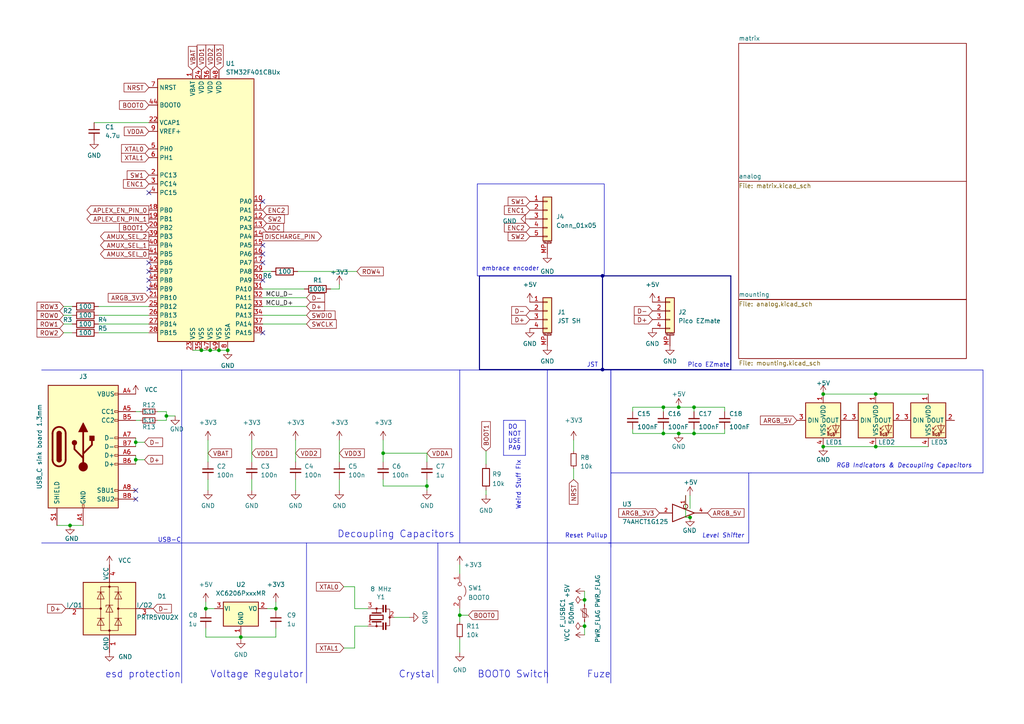
<source format=kicad_sch>
(kicad_sch (version 20230121) (generator eeschema)
  (paper "A4")
  (lib_symbols
    (symbol "74AHCT1G125_1" (pin_names (offset 1.016))
      (property "Reference" "U5" (at 0 -10.16 0))
      (property "Value" "74AHCT1G125" (at 0 -12.7 0))
      (symbol "74AHCT1G125_1_1_1"
        (pin input inverted (at 0 5.08 270) (length 3.81) (name "~") (number "1"))
        (pin output line (at -7.62 0 0) (length 3.81) (name "~") (number "2"))
        (pin power_in line (at 1.27 -1.27 270) (length 0) hide (name "GND") (number "3"))
        (pin tri_state line (at 6.35 0 180) (length 3.81) (name "~") (number "4"))
        (pin power_in line (at 1.27 1.27 90) (length 0) hide (name "+5V") (number "5"))
      )
    )
    (symbol "Connector:USB_C_Receptacle_USB2.0" (pin_names (offset 1.016))
      (property "Reference" "J" (at -10.16 19.05 0))
      (property "Value" "USB_C_Receptacle_USB2.0" (at 19.05 19.05 0))
      (symbol "USB_C_Receptacle_USB2.0_1_1"
        (pin passive line (at 0 -22.86 90) (length 5.08) (name "GND") (number "A1"))
        (pin passive line (at 0 -22.86 90) (length 5.08) hide (name "GND") (number "A12"))
        (pin passive line (at 15.24 15.24 180) (length 5.08) (name "VBUS") (number "A4"))
        (pin bidirectional line (at 15.24 10.16 180) (length 5.08) (name "CC1") (number "A5"))
        (pin bidirectional line (at 15.24 -2.54 180) (length 5.08) (name "D+") (number "A6"))
        (pin bidirectional line (at 15.24 2.54 180) (length 5.08) (name "D-") (number "A7"))
        (pin bidirectional line (at 15.24 -12.7 180) (length 5.08) (name "SBU1") (number "A8"))
        (pin passive line (at 15.24 15.24 180) (length 5.08) hide (name "VBUS") (number "A9"))
        (pin passive line (at 0 -22.86 90) (length 5.08) hide (name "GND") (number "B1"))
        (pin passive line (at 0 -22.86 90) (length 5.08) hide (name "GND") (number "B12"))
        (pin passive line (at 15.24 15.24 180) (length 5.08) hide (name "VBUS") (number "B4"))
        (pin bidirectional line (at 15.24 7.62 180) (length 5.08) (name "CC2") (number "B5"))
        (pin bidirectional line (at 15.24 -5.08 180) (length 5.08) (name "D+") (number "B6"))
        (pin bidirectional line (at 15.24 0 180) (length 5.08) (name "D-") (number "B7"))
        (pin bidirectional line (at 15.24 -15.24 180) (length 5.08) (name "SBU2") (number "B8"))
        (pin passive line (at 15.24 15.24 180) (length 5.08) hide (name "VBUS") (number "B9"))
        (pin passive line (at -7.62 -22.86 90) (length 5.08) (name "SHIELD") (number "S1"))
      )
    )
    (symbol "Connector_Generic_MountingPin:Conn_01x04_MountingPin" (pin_names (offset 1.016) hide)
      (property "Reference" "J" (at 0 5.08 0))
      (property "Value" "Conn_01x04_MountingPin" (at 1.27 -7.62 0))
      (symbol "Conn_01x04_MountingPin_1_1"
        (text "Mounting" (at 0 -6.731 0) (effects (font (size 0.381 0.381))))
        (pin passive line (at -5.08 2.54 0) (length 3.81) (name "Pin_1") (number "1"))
        (pin passive line (at -5.08 0 0) (length 3.81) (name "Pin_2") (number "2"))
        (pin passive line (at -5.08 -2.54 0) (length 3.81) (name "Pin_3") (number "3"))
        (pin passive line (at -5.08 -5.08 0) (length 3.81) (name "Pin_4") (number "4"))
        (pin passive line (at 0 -10.16 90) (length 3.048) (name "MountPin") (number "MP"))
      )
    )
    (symbol "Connector_Generic_MountingPin:Conn_01x05_MountingPin" (pin_names (offset 1.016) hide)
      (property "Reference" "J" (at 0 7.62 0))
      (property "Value" "Conn_01x05_MountingPin" (at 1.27 -7.62 0))
      (symbol "Conn_01x05_MountingPin_1_1"
        (text "Mounting" (at 0 -6.731 0) (effects (font (size 0.381 0.381))))
        (pin passive line (at -5.08 5.08 0) (length 3.81) (name "Pin_1") (number "1"))
        (pin passive line (at -5.08 2.54 0) (length 3.81) (name "Pin_2") (number "2"))
        (pin passive line (at -5.08 0 0) (length 3.81) (name "Pin_3") (number "3"))
        (pin passive line (at -5.08 -2.54 0) (length 3.81) (name "Pin_4") (number "4"))
        (pin passive line (at -5.08 -5.08 0) (length 3.81) (name "Pin_5") (number "5"))
        (pin passive line (at 0 -10.16 90) (length 3.048) (name "MountPin") (number "MP"))
      )
    )
    (symbol "Device:C_Small" (pin_numbers hide) (pin_names (offset 0.254) hide)
      (property "Reference" "C" (at 0.254 1.778 0))
      (property "Value" "C_Small" (at 0.254 -2.032 0))
      (symbol "C_Small_1_1"
        (pin passive line (at 0 2.54 270) (length 2.032) (name "~") (number "1"))
        (pin passive line (at 0 -2.54 90) (length 2.032) (name "~") (number "2"))
      )
    )
    (symbol "Device:Polyfuse_Small" (pin_numbers hide) (pin_names (offset 0))
      (property "Reference" "F" (at -1.905 0 90))
      (property "Value" "Polyfuse_Small" (at 1.905 0 90))
      (symbol "Polyfuse_Small_1_1"
        (pin passive line (at 0 2.54 270) (length 0.635) (name "~") (number "1"))
        (pin passive line (at 0 -2.54 90) (length 0.635) (name "~") (number "2"))
      )
    )
    (symbol "Device:R" (pin_numbers hide) (pin_names (offset 0))
      (property "Reference" "R" (at 2.032 0 90))
      (property "Value" "R" (at 0 0 90))
      (symbol "R_1_1"
        (pin passive line (at 0 3.81 270) (length 1.27) (name "~") (number "1"))
        (pin passive line (at 0 -3.81 90) (length 1.27) (name "~") (number "2"))
      )
    )
    (symbol "Device:R_Small" (pin_numbers hide) (pin_names (offset 0.254) hide)
      (property "Reference" "R" (at 0.762 0.508 0))
      (property "Value" "R_Small" (at 0.762 -1.016 0))
      (symbol "R_Small_1_1"
        (pin passive line (at 0 2.54 270) (length 0.762) (name "~") (number "1"))
        (pin passive line (at 0 -2.54 90) (length 0.762) (name "~") (number "2"))
      )
    )
    (symbol "Device:Resonator_Small" (pin_names (offset 1.016) hide)
      (property "Reference" "Y" (at 3.175 1.905 0))
      (property "Value" "Resonator_Small" (at 3.175 0 0))
      (symbol "Resonator_Small_1_1"
        (pin passive line (at -2.54 2.54 270) (length 1.27) (name "1") (number "1"))
        (pin passive line (at 0 -5.08 90) (length 1.27) (name "2") (number "2"))
        (pin passive line (at 2.54 2.54 270) (length 1.27) (name "3") (number "3"))
      )
    )
    (symbol "Jumper:Jumper_2_Open" (pin_names (offset 0) hide)
      (property "Reference" "JP" (at 0 2.794 0))
      (property "Value" "Jumper_2_Open" (at 0 -2.286 0))
      (symbol "Jumper_2_Open_1_1"
        (pin passive line (at -5.08 0 0) (length 2.54) (name "A") (number "1"))
        (pin passive line (at 5.08 0 180) (length 2.54) (name "B") (number "2"))
      )
    )
    (symbol "MCU_ST_STM32F4:STM32F401CBUx"
      (property "Reference" "U" (at -15.24 39.37 0))
      (property "Value" "STM32F401CBUx" (at 5.08 39.37 0))
      (symbol "STM32F401CBUx_1_1"
        (pin power_in line (at -5.08 40.64 270) (length 2.54) (name "VBAT") (number "1"))
        (pin bidirectional line (at 15.24 2.54 180) (length 2.54) (name "PA0") (number "10"))
        (pin bidirectional line (at 15.24 0 180) (length 2.54) (name "PA1") (number "11"))
        (pin bidirectional line (at 15.24 -2.54 180) (length 2.54) (name "PA2") (number "12"))
        (pin bidirectional line (at 15.24 -5.08 180) (length 2.54) (name "PA3") (number "13"))
        (pin bidirectional line (at 15.24 -7.62 180) (length 2.54) (name "PA4") (number "14"))
        (pin bidirectional line (at 15.24 -10.16 180) (length 2.54) (name "PA5") (number "15"))
        (pin bidirectional line (at 15.24 -12.7 180) (length 2.54) (name "PA6") (number "16"))
        (pin bidirectional line (at 15.24 -15.24 180) (length 2.54) (name "PA7") (number "17"))
        (pin bidirectional line (at -17.78 0 0) (length 2.54) (name "PB0") (number "18"))
        (pin bidirectional line (at -17.78 -2.54 0) (length 2.54) (name "PB1") (number "19"))
        (pin bidirectional line (at -17.78 10.16 0) (length 2.54) (name "PC13") (number "2"))
        (pin bidirectional line (at -17.78 -5.08 0) (length 2.54) (name "PB2") (number "20"))
        (pin bidirectional line (at -17.78 -25.4 0) (length 2.54) (name "PB10") (number "21"))
        (pin power_in line (at -17.78 25.4 0) (length 2.54) (name "VCAP1") (number "22"))
        (pin power_in line (at -5.08 -40.64 90) (length 2.54) (name "VSS") (number "23"))
        (pin power_in line (at -2.54 40.64 270) (length 2.54) (name "VDD") (number "24"))
        (pin bidirectional line (at -17.78 -27.94 0) (length 2.54) (name "PB12") (number "25"))
        (pin bidirectional line (at -17.78 -30.48 0) (length 2.54) (name "PB13") (number "26"))
        (pin bidirectional line (at -17.78 -33.02 0) (length 2.54) (name "PB14") (number "27"))
        (pin bidirectional line (at -17.78 -35.56 0) (length 2.54) (name "PB15") (number "28"))
        (pin bidirectional line (at 15.24 -17.78 180) (length 2.54) (name "PA8") (number "29"))
        (pin bidirectional line (at -17.78 7.62 0) (length 2.54) (name "PC14") (number "3"))
        (pin bidirectional line (at 15.24 -20.32 180) (length 2.54) (name "PA9") (number "30"))
        (pin bidirectional line (at 15.24 -22.86 180) (length 2.54) (name "PA10") (number "31"))
        (pin bidirectional line (at 15.24 -25.4 180) (length 2.54) (name "PA11") (number "32"))
        (pin bidirectional line (at 15.24 -27.94 180) (length 2.54) (name "PA12") (number "33"))
        (pin bidirectional line (at 15.24 -30.48 180) (length 2.54) (name "PA13") (number "34"))
        (pin power_in line (at -2.54 -40.64 90) (length 2.54) (name "VSS") (number "35"))
        (pin power_in line (at 0 40.64 270) (length 2.54) (name "VDD") (number "36"))
        (pin bidirectional line (at 15.24 -33.02 180) (length 2.54) (name "PA14") (number "37"))
        (pin bidirectional line (at 15.24 -35.56 180) (length 2.54) (name "PA15") (number "38"))
        (pin bidirectional line (at -17.78 -7.62 0) (length 2.54) (name "PB3") (number "39"))
        (pin bidirectional line (at -17.78 5.08 0) (length 2.54) (name "PC15") (number "4"))
        (pin bidirectional line (at -17.78 -10.16 0) (length 2.54) (name "PB4") (number "40"))
        (pin bidirectional line (at -17.78 -12.7 0) (length 2.54) (name "PB5") (number "41"))
        (pin bidirectional line (at -17.78 -15.24 0) (length 2.54) (name "PB6") (number "42"))
        (pin bidirectional line (at -17.78 -17.78 0) (length 2.54) (name "PB7") (number "43"))
        (pin input line (at -17.78 30.48 0) (length 2.54) (name "BOOT0") (number "44"))
        (pin bidirectional line (at -17.78 -20.32 0) (length 2.54) (name "PB8") (number "45"))
        (pin bidirectional line (at -17.78 -22.86 0) (length 2.54) (name "PB9") (number "46"))
        (pin power_in line (at 0 -40.64 90) (length 2.54) (name "VSS") (number "47"))
        (pin power_in line (at 2.54 40.64 270) (length 2.54) (name "VDD") (number "48"))
        (pin power_in line (at 2.54 -40.64 90) (length 2.54) (name "VSS") (number "49"))
        (pin input line (at -17.78 17.78 0) (length 2.54) (name "PH0") (number "5"))
        (pin input line (at -17.78 15.24 0) (length 2.54) (name "PH1") (number "6"))
        (pin input line (at -17.78 35.56 0) (length 2.54) (name "NRST") (number "7"))
        (pin power_in line (at 5.08 -40.64 90) (length 2.54) (name "VSSA") (number "8"))
        (pin power_in line (at -17.78 22.86 0) (length 2.54) (name "VREF+") (number "9"))
      )
    )
    (symbol "Power_Protection:PRTR5V0U2X" (pin_names (offset 0))
      (property "Reference" "D" (at 2.794 8.636 0))
      (property "Value" "PRTR5V0U2X" (at 8.128 -9.398 0))
      (symbol "PRTR5V0U2X_1_1"
        (pin passive line (at 0 -12.7 90) (length 5.08) (name "GND") (number "1"))
        (pin passive line (at -12.7 0 0) (length 5.08) (name "I/O1") (number "2"))
        (pin passive line (at 12.7 0 180) (length 5.08) (name "I/O2") (number "3"))
        (pin passive line (at 0 12.7 270) (length 5.08) (name "VCC") (number "4"))
      )
    )
    (symbol "Regulator_Linear:XC6206PxxxMR" (pin_names (offset 0.254))
      (property "Reference" "U" (at -3.81 3.175 0))
      (property "Value" "XC6206PxxxMR" (at 0 3.175 0))
      (symbol "XC6206PxxxMR_1_1"
        (pin power_in line (at 0 -7.62 90) (length 2.54) (name "GND") (number "1"))
        (pin power_out line (at 7.62 0 180) (length 2.54) (name "VO") (number "2"))
        (pin power_in line (at -7.62 0 0) (length 2.54) (name "VI") (number "3"))
      )
    )
    (symbol "marbastlib-various:SK6812MINI-E"
      (property "Reference" "LED" (at 2.54 -6.35 0))
      (property "Value" "SK6812MINI-E" (at 7.62 6.35 0))
      (symbol "SK6812MINI-E_0_0"
        (text "RGB" (at 2.286 -4.191 0) (effects (font (size 0.762 0.762))))
      )
      (symbol "SK6812MINI-E_1_1"
        (pin power_in line (at 0 7.62 270) (length 2.54) (name "VDD") (number "1"))
        (pin output line (at 7.62 0 180) (length 2.54) (name "DOUT") (number "2"))
        (pin input line (at -7.62 0 0) (length 2.54) (name "DIN") (number "3"))
        (pin power_in line (at 0 -7.62 90) (length 2.54) (name "VSS") (number "4"))
      )
    )
    (symbol "power:+3.3V" (power) (pin_names (offset 0))
      (property "Value" "+3.3V" (at 0 3.556 0))
      (symbol "+3.3V_1_1"
        (pin power_in line (at 0 0 90) (length 0) hide (name "+3V3") (number "1"))
      )
    )
    (symbol "power:+3V3" (power) (pin_names (offset 0))
      (property "Value" "+3V3" (at 0 3.556 0))
      (symbol "+3V3_1_1"
        (pin power_in line (at 0 0 90) (length 0) hide (name "+3V3") (number "1"))
      )
    )
    (symbol "power:+5V" (power) (pin_names (offset 0))
      (property "Value" "+5V" (at 0 3.556 0))
      (symbol "+5V_1_1"
        (pin power_in line (at 0 0 90) (length 0) hide (name "+5V") (number "1"))
      )
    )
    (symbol "power:GND" (power) (pin_names (offset 0))
      (property "Value" "GND" (at 0 -3.81 0))
      (symbol "GND_1_1"
        (pin power_in line (at 0 0 270) (length 0) hide (name "GND") (number "1"))
      )
    )
    (symbol "power:PWR_FLAG" (power) (pin_numbers hide) (pin_names (offset 0) hide)
      (property "Value" "PWR_FLAG" (at 0 3.81 0))
      (symbol "PWR_FLAG_0_0"
        (pin power_out line (at 0 0 90) (length 0) (name "pwr") (number "1"))
      )
    )
    (symbol "power:VCC" (power) (pin_names (offset 0))
      (property "Value" "VCC" (at 0 3.81 0))
      (symbol "VCC_1_1"
        (pin power_in line (at 0 0 90) (length 0) hide (name "VCC") (number "1"))
      )
    )
  )
  (junction (at 60.96 101.6))
  (junction (at 63.5 101.6))
  (junction (at 80.01 176.53))
  (junction (at 254 114.3))
  (junction (at 48.26 120.65))
  (junction (at 200.1389 150.0597))
  (junction (at 174.752 80.01))
  (junction (at 123.825 140.97))
  (junction (at 238.76 114.3))
  (junction (at 192.405 118.11))
  (junction (at 58.42 101.6))
  (junction (at 254 129.54))
  (junction (at 59.69 176.53))
  (junction (at 192.405 125.73))
  (junction (at 133.35 178.435))
  (junction (at 39.37 128.27))
  (junction (at 111.125 131.445))
  (junction (at 196.85 125.73))
  (junction (at 20.32 152.4))
  (junction (at 169.545 181.61))
  (junction (at 201.295 118.11))
  (junction (at 66.04 101.6))
  (junction (at 169.545 173.99))
  (junction (at 196.85 118.11))
  (junction (at 174.752 107.188))
  (junction (at 201.295 125.73))
  (junction (at 39.37 133.35))
  (junction (at 69.85 184.785))
  (junction (at 238.76 129.54))
  (no_connect (at 76.2 73.66))
  (no_connect (at 76.2 81.28))
  (no_connect (at 43.18 83.82))
  (no_connect (at 39.37 142.24))
  (no_connect (at 43.18 78.74))
  (no_connect (at 76.2 58.42))
  (no_connect (at 76.2 71.12))
  (no_connect (at 43.18 81.28))
  (no_connect (at 39.37 144.78))
  (no_connect (at 76.2 76.2))
  (no_connect (at 43.18 76.2))
  (no_connect (at 76.2 96.52))
  (no_connect (at 43.18 55.88))
  (wire (pts (xy 39.37 133.35) (xy 39.37 134.62)))
  (wire (pts (xy 200.1389 143.7097) (xy 200.1389 147.5197)))
  (wire (pts (xy 60.325 139.065) (xy 60.325 142.24)))
  (polyline (pts (xy 12.065 157.48) (xy 177.165 157.48)))
  (wire (pts (xy 59.69 177.165) (xy 59.69 176.53)))
  (polyline (pts (xy 158.75 157.48) (xy 158.75 198.12)))
  (wire (pts (xy 59.69 176.53) (xy 62.23 176.53)))
  (wire (pts (xy 28.575 91.44) (xy 43.18 91.44)))
  (wire (pts (xy 169.545 175.26) (xy 169.545 173.99)))
  (wire (pts (xy 111.125 139.065) (xy 111.125 140.97)))
  (wire (pts (xy 183.515 124.46) (xy 183.515 125.73)))
  (wire (pts (xy 133.35 178.435) (xy 133.35 180.34)))
  (polyline (pts (xy 217.805 137.16) (xy 285.115 137.16)) (stroke (width 0) (type solid)))
  (wire (pts (xy 60.325 127.635) (xy 60.325 133.985)))
  (wire (pts (xy 43.18 93.98) (xy 28.575 93.98)))
  (wire (pts (xy 76.2 78.74) (xy 78.74 78.74)))
  (wire (pts (xy 39.37 119.38) (xy 40.64 119.38)))
  (wire (pts (xy 99.695 187.96) (xy 102.87 187.96)))
  (wire (pts (xy 140.97 130.81) (xy 140.97 134.62)))
  (wire (pts (xy 210.185 124.46) (xy 210.185 125.73)))
  (wire (pts (xy 198.8689 150.0597) (xy 198.8689 143.7097)))
  (wire (pts (xy 133.35 163.83) (xy 133.35 166.37)))
  (wire (pts (xy 166.37 135.89) (xy 166.37 139.065)))
  (wire (pts (xy 80.01 176.53) (xy 80.01 177.165)))
  (wire (pts (xy 169.545 184.15) (xy 169.545 181.61)))
  (wire (pts (xy 69.85 184.15) (xy 69.85 184.785)))
  (wire (pts (xy 192.405 118.11) (xy 192.405 119.38)))
  (wire (pts (xy 254 129.54) (xy 269.24 129.54)))
  (wire (pts (xy 196.85 118.11) (xy 201.295 118.11)))
  (wire (pts (xy 16.51 152.4) (xy 20.32 152.4)))
  (wire (pts (xy 210.185 118.11) (xy 210.185 119.38)))
  (wire (pts (xy 123.825 140.97) (xy 123.825 142.24)))
  (wire (pts (xy 169.545 173.99) (xy 169.545 171.45)))
  (wire (pts (xy 254 114.3) (xy 269.24 114.3)))
  (wire (pts (xy 48.26 119.38) (xy 48.26 120.65)))
  (polyline (pts (xy 177.165 107.315) (xy 177.165 198.12)))
  (wire (pts (xy 69.85 184.785) (xy 69.85 185.42)))
  (wire (pts (xy 201.295 125.73) (xy 210.185 125.73)))
  (wire (pts (xy 39.37 132.08) (xy 39.37 133.35)))
  (wire (pts (xy 166.37 127.635) (xy 166.37 130.81)))
  (wire (pts (xy 69.85 184.785) (xy 80.01 184.785)))
  (wire (pts (xy 98.425 83.82) (xy 98.425 82.55)))
  (wire (pts (xy 201.295 118.11) (xy 201.295 119.38)))
  (wire (pts (xy 76.2 91.44) (xy 88.9 91.44)))
  (wire (pts (xy 133.35 176.53) (xy 133.35 178.435)))
  (polyline (pts (xy 52.705 107.315) (xy 52.705 198.12)))
  (wire (pts (xy 39.37 128.27) (xy 39.37 129.54)))
  (wire (pts (xy 76.2 88.9) (xy 88.9 88.9)))
  (wire (pts (xy 18.415 88.9) (xy 20.955 88.9)))
  (wire (pts (xy 45.72 121.92) (xy 48.26 121.92)))
  (wire (pts (xy 133.35 178.435) (xy 135.89 178.435)))
  (wire (pts (xy 59.69 176.53) (xy 59.69 174.625)))
  (polyline (pts (xy 176.53 157.48) (xy 217.17 157.48)) (stroke (width 0) (type solid)))
  (wire (pts (xy 123.825 139.065) (xy 123.825 140.97)))
  (wire (pts (xy 169.545 181.61) (xy 169.545 180.34)))
  (wire (pts (xy 77.47 176.53) (xy 80.01 176.53)))
  (wire (pts (xy 28.575 88.9) (xy 43.18 88.9)))
  (wire (pts (xy 48.26 120.65) (xy 48.26 121.92)))
  (bus (pts (xy 174.752 80.01) (xy 174.752 107.188)))
  (wire (pts (xy 88.265 83.82) (xy 76.2 83.82)))
  (polyline (pts (xy 217.805 137.16) (xy 177.165 137.16)))
  (wire (pts (xy 98.425 139.065) (xy 98.425 142.24)))
  (wire (pts (xy 111.125 140.97) (xy 123.825 140.97)))
  (polyline (pts (xy 146.05 121.92) (xy 146.05 132.08)))
  (bus (pts (xy 139.065 80.01) (xy 174.752 80.01)))
  (wire (pts (xy 123.825 131.445) (xy 123.825 133.985)))
  (wire (pts (xy 73.025 127.635) (xy 73.025 133.985)))
  (polyline (pts (xy 146.05 121.92) (xy 152.4 121.92)))
  (wire (pts (xy 192.405 124.46) (xy 192.405 125.73)))
  (wire (pts (xy 183.515 118.11) (xy 183.515 119.38)))
  (wire (pts (xy 18.415 91.44) (xy 20.955 91.44)))
  (wire (pts (xy 111.125 127.635) (xy 111.125 131.445)))
  (polyline (pts (xy 217.17 137.16) (xy 217.17 157.48)) (stroke (width 0) (type solid)))
  (wire (pts (xy 201.295 124.46) (xy 201.295 125.73)))
  (wire (pts (xy 69.85 184.785) (xy 59.69 184.785)))
  (polyline (pts (xy 146.05 132.08) (xy 152.4 132.08)))
  (polyline (pts (xy 152.4 132.08) (xy 152.4 121.92)))
  (polyline (pts (xy 88.9 157.48) (xy 88.9 198.12)))
  (wire (pts (xy 18.415 96.52) (xy 20.955 96.52)))
  (wire (pts (xy 196.85 125.73) (xy 201.295 125.73)))
  (polyline (pts (xy 12.065 107.315) (xy 177.165 107.315)))
  (wire (pts (xy 106.68 176.53) (xy 102.87 176.53)))
  (wire (pts (xy 102.87 187.96) (xy 102.87 181.61)))
  (wire (pts (xy 73.025 139.065) (xy 73.025 142.24)))
  (wire (pts (xy 140.97 142.24) (xy 140.97 143.51)))
  (polyline (pts (xy 127 157.48) (xy 127 198.12)))
  (bus (pts (xy 139.065 107.188) (xy 174.752 107.188)))
  (wire (pts (xy 39.37 127) (xy 39.37 128.27)))
  (wire (pts (xy 28.575 96.52) (xy 43.18 96.52)))
  (wire (pts (xy 55.88 101.6) (xy 58.42 101.6)))
  (wire (pts (xy 133.35 185.42) (xy 133.35 189.23)))
  (wire (pts (xy 111.125 131.445) (xy 123.825 131.445)))
  (wire (pts (xy 98.425 127.635) (xy 98.425 133.985)))
  (wire (pts (xy 39.37 121.92) (xy 40.64 121.92)))
  (wire (pts (xy 192.405 125.73) (xy 196.85 125.73)))
  (wire (pts (xy 114.3 179.07) (xy 118.745 179.07)))
  (wire (pts (xy 102.87 181.61) (xy 106.68 181.61)))
  (bus (pts (xy 174.752 80.01) (xy 211.963 80.01)))
  (wire (pts (xy 85.725 139.065) (xy 85.725 142.24)))
  (wire (pts (xy 45.72 119.38) (xy 48.26 119.38)))
  (wire (pts (xy 59.69 184.785) (xy 59.69 182.245)))
  (wire (pts (xy 192.405 118.11) (xy 196.85 118.11)))
  (wire (pts (xy 60.96 101.6) (xy 63.5 101.6)))
  (wire (pts (xy 238.76 114.3) (xy 254 114.3)))
  (wire (pts (xy 102.87 176.53) (xy 102.87 170.18)))
  (wire (pts (xy 48.26 120.65) (xy 50.8 120.65)))
  (wire (pts (xy 201.295 118.11) (xy 210.185 118.11)))
  (wire (pts (xy 183.515 125.73) (xy 192.405 125.73)))
  (wire (pts (xy 95.885 83.82) (xy 98.425 83.82)))
  (wire (pts (xy 76.2 86.36) (xy 88.9 86.36)))
  (wire (pts (xy 76.2 93.98) (xy 88.9 93.98)))
  (bus (pts (xy 139.065 80.01) (xy 139.065 107.188)))
  (wire (pts (xy 27.305 35.56) (xy 43.18 35.56)))
  (wire (pts (xy 18.415 93.98) (xy 20.955 93.98)))
  (polyline (pts (xy 177.165 137.16) (xy 177.165 158.75)))
  (wire (pts (xy 238.76 129.54) (xy 254 129.54)))
  (wire (pts (xy 111.125 131.445) (xy 111.125 133.985)))
  (wire (pts (xy 99.695 170.18) (xy 102.87 170.18)))
  (polyline (pts (xy 285.115 107.315) (xy 285.115 137.16)))
  (polyline (pts (xy 177.165 107.315) (xy 285.115 107.315)))
  (wire (pts (xy 80.01 176.53) (xy 80.01 174.625)))
  (bus (pts (xy 211.963 107.188) (xy 211.963 80.01)))
  (wire (pts (xy 63.5 101.6) (xy 66.04 101.6)))
  (polyline (pts (xy 158.75 107.315) (xy 158.75 157.48)))
  (wire (pts (xy 200.1389 150.0597) (xy 198.8689 150.0597)))
  (wire (pts (xy 80.01 184.785) (xy 80.01 182.245)))
  (wire (pts (xy 86.36 78.74) (xy 103.505 78.74)))
  (polyline (pts (xy 133.35 107.315) (xy 133.35 157.48)))
  (polyline (pts (xy 177.165 137.16) (xy 177.165 107.315)))
  (wire (pts (xy 39.37 128.27) (xy 41.91 128.27)))
  (wire (pts (xy 20.32 152.4) (xy 24.13 152.4)))
  (bus (pts (xy 174.752 107.188) (xy 211.963 107.188)))
  (wire (pts (xy 85.725 127.635) (xy 85.725 133.985)))
  (wire (pts (xy 58.42 101.6) (xy 60.96 101.6)))
  (wire (pts (xy 39.37 133.35) (xy 41.91 133.35)))
  (wire (pts (xy 183.515 118.11) (xy 192.405 118.11)))
  (rectangle (start 138.43 53.34) (end 175.26 80.01))
  (text "Weird Stuff FIx" (at 151.13 147.955 90) (effects (font (size 1.27 1.27)) (justify left bottom)))
  (text "embrace encoder" (at 139.7 78.74 0) (effects (font (size 1.27 1.27)) (justify left bottom)))
  (text "DO\nNOT\nUSE\nPA9\n" (at 147.32 130.81 0) (effects (font (size 1.27 1.27)) (justify left bottom)))
  (text "Pico EZmate" (at 199.39 106.68 0) (effects (font (size 1.27 1.27)) (justify left bottom)))
  (text "Fuze\n" (at 170.18 196.85 0) (effects (font (size 2 2)) (justify left bottom)))
  (text "Decoupling Capacitors" (at 97.79 156.21 0) (effects (font (size 2 2)) (justify left bottom)))
  (text "Crystal" (at 115.57 196.85 0) (effects (font (size 2 2)) (justify left bottom)))
  (text "esd protection\n" (at 30.48 196.85 0) (effects (font (size 2 2)) (justify left bottom)))
  (text "Reset Pullup" (at 163.83 156.21 0) (effects (font (size 1.27 1.27)) (justify left bottom)))
  (text "RGB Indicators & Decoupling Capacitors" (at 281.94 135.89 0) (effects (font (size 1.27 1.27) italic) (justify right bottom)))
  (text "JST" (at 170.18 106.68 0) (effects (font (size 1.27 1.27)) (justify left bottom)))
  (text "BOOT0 Switch" (at 138.43 196.85 0) (effects (font (size 2 2)) (justify left bottom)))
  (text "Voltage Regulator" (at 60.96 196.85 0) (effects (font (size 2 2)) (justify left bottom)))
  (text "Level Shifter" (at 215.9 156.21 0) (effects (font (size 1.27 1.27) italic) (justify right bottom)))
  (text "USB-C" (at 45.72 157.48 0) (effects (font (size 1.27 1.27)) (justify left bottom)))
  (label "MCU_D-" (at 85.09 86.36 180))
  (label "MCU_D+" (at 85.09 88.9 180))
  (global_label "NRST" (shape input) (at 166.37 139.065 270) (property "Intersheetrefs" "${INTERSHEET_REFS}" (effects hide)))
  (global_label "NRST" (shape input) (at 43.18 25.4 180) (property "Intersheetrefs" "${INTERSHEET_REFS}" (effects hide)))
  (global_label "D-" (shape input) (at 189.23 90.17 180) (property "Intersheetrefs" "${INTERSHEET_REFS}" (effects hide)))
  (global_label "BOOT1" (shape input) (at 43.18 66.04 180) (property "Intersheetrefs" "${INTERSHEET_REFS}" (effects hide)))
  (global_label "VDD1" (shape input) (at 73.025 131.445 0) (property "Intersheetrefs" "${INTERSHEET_REFS}" (effects hide)))
  (global_label "ARGB_5V" (shape input) (at 205.2189 148.7897 0) (property "Intersheetrefs" "${INTERSHEET_REFS}" (effects hide)))
  (global_label "D+" (shape input) (at 19.05 176.53 180) (property "Intersheetrefs" "${INTERSHEET_REFS}" (effects hide)))
  (global_label "ROW0" (shape input) (at 18.415 91.44 180) (property "Intersheetrefs" "${INTERSHEET_REFS}" (effects hide)))
  (global_label "ARGB_3V3" (shape input) (at 191.2489 148.7897 180) (property "Intersheetrefs" "${INTERSHEET_REFS}" (effects hide)))
  (global_label "D-" (shape input) (at 153.67 90.17 180) (property "Intersheetrefs" "${INTERSHEET_REFS}" (effects hide)))
  (global_label "SWDIO" (shape input) (at 88.9 91.44 0) (property "Intersheetrefs" "${INTERSHEET_REFS}" (effects hide)))
  (global_label "ARGB_3V3" (shape input) (at 43.18 86.36 180) (property "Intersheetrefs" "${INTERSHEET_REFS}" (effects hide)))
  (global_label "D+" (shape input) (at 189.23 92.71 180) (property "Intersheetrefs" "${INTERSHEET_REFS}" (effects hide)))
  (global_label "ENC2" (shape input) (at 76.2 60.96 0) (property "Intersheetrefs" "${INTERSHEET_REFS}" (effects hide)))
  (global_label "APLEX_EN_PIN_0" (shape output) (at 43.18 60.96 180) (property "Intersheetrefs" "${INTERSHEET_REFS}" (effects hide)))
  (global_label "ENC1" (shape input) (at 43.18 53.34 180) (property "Intersheetrefs" "${INTERSHEET_REFS}" (effects hide)))
  (global_label "BOOT0" (shape input) (at 43.18 30.48 180) (property "Intersheetrefs" "${INTERSHEET_REFS}" (effects hide)))
  (global_label "ARGB_5V" (shape input) (at 231.14 121.92 180) (property "Intersheetrefs" "${INTERSHEET_REFS}" (effects hide)))
  (global_label "ADC" (shape input) (at 76.2 66.04 0) (property "Intersheetrefs" "${INTERSHEET_REFS}" (effects hide)))
  (global_label "VDD2" (shape input) (at 85.725 131.445 0) (property "Intersheetrefs" "${INTERSHEET_REFS}" (effects hide)))
  (global_label "AMUX_SEL_1" (shape output) (at 43.18 71.12 180) (property "Intersheetrefs" "${INTERSHEET_REFS}" (effects hide)))
  (global_label "ENC1" (shape input) (at 153.67 60.96 180) (property "Intersheetrefs" "${INTERSHEET_REFS}" (effects hide)))
  (global_label "VDD3" (shape input) (at 98.425 131.445 0) (property "Intersheetrefs" "${INTERSHEET_REFS}" (effects hide)))
  (global_label "ROW1" (shape input) (at 18.415 93.98 180) (property "Intersheetrefs" "${INTERSHEET_REFS}" (effects hide)))
  (global_label "SW2" (shape input) (at 76.2 63.5 0) (property "Intersheetrefs" "${INTERSHEET_REFS}" (effects hide)))
  (global_label "ROW3" (shape input) (at 18.415 88.9 180) (property "Intersheetrefs" "${INTERSHEET_REFS}" (effects hide)))
  (global_label "XTAL1" (shape input) (at 99.695 187.96 180) (property "Intersheetrefs" "${INTERSHEET_REFS}" (effects hide)))
  (global_label "AMUX_SEL_2" (shape output) (at 43.18 68.58 180) (property "Intersheetrefs" "${INTERSHEET_REFS}" (effects hide)))
  (global_label "VDDA" (shape input) (at 43.18 38.1 180) (property "Intersheetrefs" "${INTERSHEET_REFS}" (effects hide)))
  (global_label "D+" (shape input) (at 153.67 92.71 180) (property "Intersheetrefs" "${INTERSHEET_REFS}" (effects hide)))
  (global_label "VDD3" (shape input) (at 63.5 20.32 90) (property "Intersheetrefs" "${INTERSHEET_REFS}" (effects hide)))
  (global_label "VDD1" (shape input) (at 58.42 20.32 90) (property "Intersheetrefs" "${INTERSHEET_REFS}" (effects hide)))
  (global_label "D-" (shape input) (at 44.45 176.53 0) (property "Intersheetrefs" "${INTERSHEET_REFS}" (effects hide)))
  (global_label "VBAT" (shape input) (at 55.88 20.32 90) (property "Intersheetrefs" "${INTERSHEET_REFS}" (effects hide)))
  (global_label "XTAL0" (shape input) (at 43.18 43.18 180) (property "Intersheetrefs" "${INTERSHEET_REFS}" (effects hide)))
  (global_label "XTAL1" (shape input) (at 43.18 45.72 180) (property "Intersheetrefs" "${INTERSHEET_REFS}" (effects hide)))
  (global_label "D+" (shape input) (at 88.9 88.9 0) (property "Intersheetrefs" "${INTERSHEET_REFS}" (effects hide)))
  (global_label "D-" (shape input) (at 41.91 128.27 0) (property "Intersheetrefs" "${INTERSHEET_REFS}" (effects hide)))
  (global_label "SW1" (shape input) (at 153.67 58.42 180) (property "Intersheetrefs" "${INTERSHEET_REFS}" (effects hide)))
  (global_label "SWCLK" (shape input) (at 88.9 93.98 0) (property "Intersheetrefs" "${INTERSHEET_REFS}" (effects hide)))
  (global_label "XTAL0" (shape input) (at 99.695 170.18 180) (property "Intersheetrefs" "${INTERSHEET_REFS}" (effects hide)))
  (global_label "D+" (shape input) (at 41.91 133.35 0) (property "Intersheetrefs" "${INTERSHEET_REFS}" (effects hide)))
  (global_label "D-" (shape input) (at 88.9 86.36 0) (property "Intersheetrefs" "${INTERSHEET_REFS}" (effects hide)))
  (global_label "BOOT0" (shape input) (at 135.89 178.435 0) (property "Intersheetrefs" "${INTERSHEET_REFS}" (effects hide)))
  (global_label "VDD2" (shape input) (at 60.96 20.32 90) (property "Intersheetrefs" "${INTERSHEET_REFS}" (effects hide)))
  (global_label "VDDA" (shape input) (at 123.825 131.445 0) (property "Intersheetrefs" "${INTERSHEET_REFS}" (effects hide)))
  (global_label "DISCHARGE_PIN" (shape output) (at 76.2 68.58 0) (property "Intersheetrefs" "${INTERSHEET_REFS}" (effects hide)))
  (global_label "APLEX_EN_PIN_1" (shape output) (at 43.18 63.5 180) (property "Intersheetrefs" "${INTERSHEET_REFS}" (effects hide)))
  (global_label "ROW4" (shape input) (at 103.505 78.74 0) (property "Intersheetrefs" "${INTERSHEET_REFS}" (effects hide)))
  (global_label "ROW2" (shape input) (at 18.415 96.52 180) (property "Intersheetrefs" "${INTERSHEET_REFS}" (effects hide)))
  (global_label "AMUX_SEL_0" (shape output) (at 43.18 73.66 180) (property "Intersheetrefs" "${INTERSHEET_REFS}" (effects hide)))
  (global_label "VBAT" (shape input) (at 60.325 131.445 0) (property "Intersheetrefs" "${INTERSHEET_REFS}" (effects hide)))
  (global_label "ENC2" (shape input) (at 153.67 66.04 180) (property "Intersheetrefs" "${INTERSHEET_REFS}" (effects hide)))
  (global_label "SW1" (shape input) (at 43.18 50.8 180) (property "Intersheetrefs" "${INTERSHEET_REFS}" (effects hide)))
  (global_label "BOOT1" (shape input) (at 140.97 130.81 90) (property "Intersheetrefs" "${INTERSHEET_REFS}" (effects hide)))
  (global_label "SW2" (shape input) (at 153.67 68.58 180) (property "Intersheetrefs" "${INTERSHEET_REFS}" (effects hide)))
  (symbol (lib_id "Device:Resonator_Small") (at 109.22 179.07 90) (unit 1)
    (property "Reference" "Y1" (at 110.49 173.1518 90))
    (property "Value" "8 MHz" (at 110.49 170.8404 90))
    (property "Footprint" "Crystal:Resonator_SMD_Murata_CSTxExxV-3Pin_3.0x1.1mm" (effects hide))
    (property "LCSC" "C907975" (effects hide))
  )
  (symbol (lib_id "power:GND") (at 189.23 95.25 0) (unit 1)
    (property "Reference" "#PWR057" (effects hide))
    (property "Value" "GND" (at 189.23 99.6934 0))
  )
  (symbol (lib_id "Device:R") (at 24.765 96.52 90) (unit 1)
    (property "Reference" "R5" (at 31.115 95.25 90) (effects (justify left)))
    (property "Value" "100" (at 26.67 96.52 90) (effects (justify left)))
    (property "Footprint" "Resistor_SMD:R_0402_1005Metric" (effects hide))
    (property "LCSC" "C25076" (effects hide))
  )
  (symbol (lib_id "Device:C_Small") (at 85.725 136.525 0) (unit 1)
    (property "Reference" "C4" (at 88.265 135.2612 0) (effects (justify left)))
    (property "Value" "100n" (at 88.265 137.8012 0) (effects (justify left)))
    (property "Footprint" "Capacitor_SMD:C_0402_1005Metric" (effects hide))
  )
  (symbol (lib_id "power:+3V3") (at 111.125 127.635 0) (unit 1)
    (property "Reference" "#PWR016" (effects hide))
    (property "Value" "+3V3" (at 111.125 122.555 0))
  )
  (symbol (lib_id "Connector_Generic_MountingPin:Conn_01x05_MountingPin") (at 158.75 63.5 0) (unit 1)
    (property "Reference" "J4" (at 161.29 62.865 0) (effects (justify left)))
    (property "Value" "Conn_01x05" (at 161.29 65.405 0) (effects (justify left)))
    (property "Footprint" "Connector_JST:JST_SH_SM05B-SRSS-TB_1x05-1MP_P1.00mm_Horizontal" (effects hide))
  )
  (symbol (lib_id "Device:C_Small") (at 73.025 136.525 0) (unit 1)
    (property "Reference" "C3" (at 75.565 135.2612 0) (effects (justify left)))
    (property "Value" "100n" (at 75.565 137.8012 0) (effects (justify left)))
    (property "Footprint" "Capacitor_SMD:C_0402_1005Metric" (effects hide))
  )
  (symbol (lib_id "power:+3.3V") (at 98.425 82.55 0) (unit 1)
    (property "Reference" "#PWR07" (effects hide))
    (property "Value" "+3.3V" (at 98.425 78.9455 0))
  )
  (symbol (lib_id "power:GND") (at 60.325 142.24 0) (unit 1)
    (property "Reference" "#PWR019" (effects hide))
    (property "Value" "GND" (at 60.325 146.685 0))
  )
  (symbol (lib_id "Device:R") (at 24.765 93.98 90) (unit 1)
    (property "Reference" "R4" (at 31.115 92.71 90) (effects (justify left)))
    (property "Value" "100" (at 26.67 93.98 90) (effects (justify left)))
    (property "Footprint" "Resistor_SMD:R_0402_1005Metric" (effects hide))
    (property "LCSC" "C25076" (effects hide))
  )
  (symbol (lib_id "power:+5V") (at 200.1389 143.7097 0) (unit 1)
    (property "Reference" "#PWR045" (effects hide))
    (property "Value" "+5V" (at 198.2339 139.8997 0) (effects (justify left)))
  )
  (symbol (lib_id "Device:C_Small") (at 183.515 121.92 0) (unit 1)
    (property "Reference" "C15" (at 184.785 120.015 0) (effects (justify left)))
    (property "Value" "100nF" (at 184.785 123.825 0) (effects (justify left)))
    (property "Footprint" "Capacitor_SMD:C_0402_1005Metric" (effects hide))
  )
  (symbol (lib_id "Device:C_Small") (at 80.01 179.705 0) (unit 1)
    (property "Reference" "C9" (at 83.185 178.4412 0) (effects (justify left)))
    (property "Value" "1u" (at 83.185 180.9812 0) (effects (justify left)))
    (property "Footprint" "Capacitor_SMD:C_0402_1005Metric" (effects hide))
  )
  (symbol (lib_id "power:GND") (at 200.1389 150.0597 0) (unit 1)
    (property "Reference" "#PWR046" (effects hide))
    (property "Value" "GND" (at 202.0439 153.8697 0) (effects (justify right)))
  )
  (symbol (lib_id "power:PWR_FLAG") (at 169.545 181.61 90) (unit 1)
    (property "Reference" "#FLG02" (effects hide))
    (property "Value" "PWR_FLAG" (at 173.355 181.61 0))
  )
  (symbol (lib_id "power:+5V") (at 189.23 87.63 0) (unit 1)
    (property "Reference" "#PWR038" (effects hide))
    (property "Value" "+5V" (at 189.23 82.55 0))
  )
  (symbol (lib_id "power:GND") (at 196.85 125.73 0) (unit 1)
    (property "Reference" "#PWR049" (effects hide))
    (property "Value" "GND" (at 196.85 129.54 0))
  )
  (symbol (lib_id "marbastlib-various:SK6812MINI-E") (at 254 121.92 0) (unit 1)
    (property "Reference" "LED2" (at 257.175 128.27 0))
    (property "Value" "SK6812MINI-E" (effects hide))
    (property "Footprint" "PCM_marbastlib-various:LED_6028R" (effects hide))
  )
  (symbol (lib_id "power:VCC") (at 169.545 184.15 90) (unit 1)
    (property "Reference" "#PWR033" (effects hide))
    (property "Value" "VCC" (at 164.465 184.15 0))
  )
  (symbol (lib_id "power:+5V") (at 238.76 114.3 0) (unit 1)
    (property "Reference" "#PWR047" (effects hide))
    (property "Value" "+5V" (at 238.76 111.125 0))
  )
  (symbol (lib_id "power:VCC") (at 31.75 163.83 0) (unit 1)
    (property "Reference" "#PWR042" (effects hide))
    (property "Value" "VCC" (at 34.29 162.5599 0) (effects (justify left)))
  )
  (symbol (lib_id "power:+3V3") (at 133.35 163.83 0) (unit 1)
    (property "Reference" "#PWR027" (effects hide))
    (property "Value" "+3V3" (at 137.16 163.83 0))
  )
  (symbol (lib_id "Connector:USB_C_Receptacle_USB2.0") (at 24.13 129.54 0) (unit 1)
    (property "Reference" "J3" (at 24.13 109.22 0))
    (property "Value" "USB_C sink board 1.3mm" (at 11.43 129.54 90))
    (property "Footprint" "USB4510-03-1-A:USB4510031A" (effects hide))
    (property "Datasheet" "https://datasheet.lcsc.com/lcsc/2206021145_G-Switch-GT-USB-7014G_C3019717.pdf" (effects hide))
    (property "JlcRotOffset" "180" (effects hide))
    (property "JlcPosOffset" "0,1.35" (effects hide))
    (property "LCSC" "C3019717" (effects hide))
  )
  (symbol (lib_id "power:GND") (at 140.97 143.51 0) (unit 1)
    (property "Reference" "#PWR024" (effects hide))
    (property "Value" "GND" (at 140.97 148.0725 0))
  )
  (symbol (lib_id "power:GND") (at 194.31 100.33 0) (unit 1)
    (property "Reference" "#PWR059" (effects hide))
    (property "Value" "GND" (at 194.31 104.7734 0))
  )
  (symbol (lib_id "power:GND") (at 27.305 40.64 0) (unit 1)
    (property "Reference" "#PWR06" (effects hide))
    (property "Value" "GND" (at 27.305 45.085 0))
  )
  (symbol (lib_id "power:+5V") (at 59.69 174.625 0) (unit 1)
    (property "Reference" "#PWR030" (effects hide))
    (property "Value" "+5V" (at 59.69 169.545 0))
  )
  (symbol (lib_id "power:GND") (at 50.8 120.65 0) (unit 1)
    (property "Reference" "#PWR061" (effects hide))
    (property "Value" "GND" (at 53.34 124.46 0) (effects (justify right)))
  )
  (symbol (lib_id "Device:C_Small") (at 201.295 121.92 0) (unit 1)
    (property "Reference" "C17" (at 202.565 120.015 0) (effects (justify left)))
    (property "Value" "100nF" (at 202.565 123.825 0) (effects (justify left)))
    (property "Footprint" "Capacitor_SMD:C_0402_1005Metric" (effects hide))
  )
  (symbol (lib_id "marbastlib-various:SK6812MINI-E") (at 238.76 121.92 0) (unit 1)
    (property "Reference" "LED1" (at 241.935 128.27 0))
    (property "Value" "SK6812MINI-E" (effects hide))
    (property "Footprint" "PCM_marbastlib-various:LED_6028R" (effects hide))
  )
  (symbol (lib_id "Regulator_Linear:XC6206PxxxMR") (at 69.85 176.53 0) (unit 1)
    (property "Reference" "U2" (at 69.85 169.545 0))
    (property "Value" "XC6206PxxxMR" (at 69.85 172.085 0))
    (property "Footprint" "Package_TO_SOT_SMD:SOT-23" (effects hide))
    (property "Datasheet" "https://www.torexsemi.com/file/xc6206/XC6206.pdf" (effects hide))
  )
  (symbol (lib_id "Device:C_Small") (at 210.185 121.92 0) (unit 1)
    (property "Reference" "C18" (at 211.455 120.015 0) (effects (justify left)))
    (property "Value" "100nF" (at 211.455 123.825 0) (effects (justify left)))
    (property "Footprint" "Capacitor_SMD:C_0402_1005Metric" (effects hide))
  )
  (symbol (lib_id "power:GND") (at 153.67 63.5 270) (unit 1)
    (property "Reference" "#PWR039" (effects hide))
    (property "Value" "GND" (at 149.86 64.135 90) (effects (justify right)))
  )
  (symbol (lib_id "Device:C_Small") (at 60.325 136.525 0) (unit 1)
    (property "Reference" "C2" (at 62.865 135.2612 0) (effects (justify left)))
    (property "Value" "100n" (at 62.865 137.8012 0) (effects (justify left)))
    (property "Footprint" "Capacitor_SMD:C_0402_1005Metric" (effects hide))
  )
  (symbol (lib_id "power:GND") (at 118.745 179.07 90) (unit 1)
    (property "Reference" "#PWR032" (effects hide))
    (property "Value" "GND" (at 123.3075 179.07 0))
  )
  (symbol (lib_id "power:GND") (at 73.025 142.24 0) (unit 1)
    (property "Reference" "#PWR020" (effects hide))
    (property "Value" "GND" (at 73.025 146.685 0))
  )
  (symbol (lib_id "power:GND") (at 158.75 73.66 0) (unit 1)
    (property "Reference" "#PWR051" (effects hide))
    (property "Value" "GND" (at 158.75 78.74 0))
  )
  (symbol (lib_id "Device:R_Small") (at 166.37 133.35 0) (unit 1)
    (property "Reference" "R8" (at 168.275 132.715 0) (effects (justify left)))
    (property "Value" "10k" (at 168.275 135.255 0) (effects (justify left)))
    (property "Footprint" "Resistor_SMD:R_0402_1005Metric" (effects hide))
  )
  (symbol (lib_id "power:+5V") (at 169.545 171.45 90) (unit 1)
    (property "Reference" "#PWR029" (effects hide))
    (property "Value" "+5V" (at 164.465 171.45 0))
  )
  (symbol (lib_id "power:GND") (at 20.32 152.4 0) (unit 1)
    (property "Reference" "#PWR062" (effects hide))
    (property "Value" "GND" (at 22.86 156.21 0) (effects (justify right)))
  )
  (symbol (lib_id "Device:C_Small") (at 27.305 38.1 0) (unit 1)
    (property "Reference" "C1" (at 30.48 36.8362 0) (effects (justify left)))
    (property "Value" "4.7u" (at 30.48 39.3762 0) (effects (justify left)))
    (property "Footprint" "Capacitor_SMD:C_0402_1005Metric" (effects hide))
  )
  (symbol (lib_id "power:GND") (at 31.75 189.23 0) (unit 1)
    (property "Reference" "#PWR043" (effects hide))
    (property "Value" "GND" (at 34.29 190.4999 0) (effects (justify left)))
  )
  (symbol (lib_id "MCU_ST_STM32F4:STM32F401CBUx") (at 60.96 60.96 0) (unit 1)
    (property "Reference" "U1" (at 65.4559 18.415 0) (effects (justify left)))
    (property "Value" "STM32F401CBUx" (at 65.4559 20.955 0) (effects (justify left)))
    (property "Footprint" "Package_DFN_QFN:QFN-48-1EP_7x7mm_P0.5mm_EP5.6x5.6mm" (effects hide))
    (property "Datasheet" "http://www.st.com/st-web-ui/static/active/en/resource/technical/document/datasheet/DM00086815.pdf" (effects hide))
    (property "LCSC" "C118825" (effects hide))
  )
  (symbol (lib_id "Connector_Generic_MountingPin:Conn_01x04_MountingPin") (at 194.31 90.17 0) (unit 1)
    (property "Reference" "J2" (at 196.723 90.5255 0) (effects (justify left)))
    (property "Value" "Pico EZmate" (at 196.723 93.0655 0) (effects (justify left)))
    (property "Footprint" "Connector_Molex:Molex_Pico-EZmate_78171-0004_1x04-1MP_P1.20mm_Vertical" (effects hide))
  )
  (symbol (lib_id "Device:C_Small") (at 59.69 179.705 0) (unit 1)
    (property "Reference" "C8" (at 54.61 178.435 0) (effects (justify left)))
    (property "Value" "1u" (at 54.61 180.975 0) (effects (justify left)))
    (property "Footprint" "Capacitor_SMD:C_0402_1005Metric" (effects hide))
  )
  (symbol (lib_id "power:+5V") (at 196.85 118.11 0) (unit 1)
    (property "Reference" "#PWR048" (effects hide))
    (property "Value" "+5V" (at 196.85 114.3 0))
  )
  (symbol (lib_id "power:+3V3") (at 73.025 127.635 0) (unit 1)
    (property "Reference" "#PWR013" (effects hide))
    (property "Value" "+3V3" (at 73.025 122.555 0))
  )
  (symbol (lib_id "power:+3V3") (at 60.325 127.635 0) (unit 1)
    (property "Reference" "#PWR012" (effects hide))
    (property "Value" "+3V3" (at 60.325 122.555 0))
  )
  (symbol (lib_id "power:GND") (at 153.67 95.25 0) (unit 1)
    (property "Reference" "#PWR056" (effects hide))
    (property "Value" "GND" (at 153.67 99.6934 0))
  )
  (symbol (lib_id "Device:R_Small") (at 43.18 121.92 90) (unit 1)
    (property "Reference" "R13" (at 43.18 123.825 90))
    (property "Value" "5.1k" (at 43.18 121.92 90) (effects (font (size 1 1))))
    (property "Footprint" "Resistor_SMD:R_0402_1005Metric" (effects hide))
  )
  (symbol (lib_id "Power_Protection:PRTR5V0U2X") (at 31.75 176.53 0) (unit 1)
    (property "Reference" "D1" (at 46.99 172.9486 0))
    (property "Value" "PRTR5V0U2X" (at 45.72 179.07 0))
    (property "Footprint" "Package_TO_SOT_SMD:SOT-143" (effects hide))
    (property "Datasheet" "https://assets.nexperia.com/documents/data-sheet/PRTR5V0U2X.pdf" (effects hide))
  )
  (symbol (lib_id "Device:C_Small") (at 98.425 136.525 0) (unit 1)
    (property "Reference" "C5" (at 100.965 135.2612 0) (effects (justify left)))
    (property "Value" "100n" (at 100.965 137.8012 0) (effects (justify left)))
    (property "Footprint" "Capacitor_SMD:C_0402_1005Metric" (effects hide))
  )
  (symbol (lib_id "Device:R") (at 82.55 78.74 270) (unit 1)
    (property "Reference" "R6" (at 76.2 80.01 90) (effects (justify left)))
    (property "Value" "100" (at 80.645 78.74 90) (effects (justify left)))
    (property "Footprint" "Resistor_SMD:R_0402_1005Metric" (effects hide))
    (property "LCSC" "C25076" (effects hide))
  )
  (symbol (lib_id "Device:Polyfuse_Small") (at 169.545 177.8 180) (unit 1)
    (property "Reference" "F_USBC1" (at 163.195 177.8 90))
    (property "Value" "500mA" (at 165.735 177.8 90))
    (property "Footprint" "Fuse:Fuse_1206_3216Metric" (effects hide))
  )
  (symbol (lib_id "Device:R") (at 24.765 88.9 90) (unit 1)
    (property "Reference" "R2" (at 20.955 90.17 90) (effects (justify left)))
    (property "Value" "100" (at 26.67 88.9 90) (effects (justify left)))
    (property "Footprint" "Resistor_SMD:R_0402_1005Metric" (effects hide))
    (property "LCSC" "C25076" (effects hide))
  )
  (symbol (lib_id "power:+3V3") (at 85.725 127.635 0) (unit 1)
    (property "Reference" "#PWR014" (effects hide))
    (property "Value" "+3V3" (at 85.725 122.555 0))
  )
  (symbol (lib_id "Jumper:Jumper_2_Open") (at 133.35 171.45 270) (unit 1)
    (property "Reference" "SW1" (at 135.763 170.5415 90) (effects (justify left)))
    (property "Value" "BOOT0" (at 135.763 173.3166 90) (effects (justify left)))
    (property "Footprint" "Connector_PinHeader_2.54mm:PinHeader_1x02_P2.54mm_Vertical" (effects hide))
  )
  (symbol (lib_id "Device:R") (at 140.97 138.43 180) (unit 1)
    (property "Reference" "R9" (at 142.748 137.5215 0) (effects (justify right)))
    (property "Value" "10k" (at 142.748 140.2966 0) (effects (justify right)))
    (property "Footprint" "Resistor_SMD:R_0402_1005Metric" (effects hide))
    (property "LCSC" "C25744" (effects hide))
  )
  (symbol (lib_id "power:+5V") (at 153.67 87.63 0) (unit 1)
    (property "Reference" "#PWR037" (effects hide))
    (property "Value" "+5V" (at 153.67 82.55 0))
  )
  (symbol (lib_id "power:GND") (at 238.76 129.54 0) (unit 1)
    (property "Reference" "#PWR050" (effects hide))
    (property "Value" "GND" (at 238.76 133.35 0))
  )
  (symbol (lib_id "Device:C_Small") (at 111.125 136.525 0) (unit 1)
    (property "Reference" "C6" (at 113.665 135.2612 0) (effects (justify left)))
    (property "Value" "100n" (at 113.665 137.8012 0) (effects (justify left)))
    (property "Footprint" "Capacitor_SMD:C_0402_1005Metric" (effects hide))
  )
  (symbol (lib_id "Device:R_Small") (at 133.35 182.88 0) (unit 1)
    (property "Reference" "R11" (at 135.255 181.6099 0) (effects (justify left)))
    (property "Value" "10k" (at 135.255 184.1499 0) (effects (justify left)))
    (property "Footprint" "Resistor_SMD:R_0402_1005Metric" (effects hide))
  )
  (symbol (lib_id "power:+3V3") (at 166.37 127.635 0) (unit 1)
    (property "Reference" "#PWR017" (effects hide))
    (property "Value" "+3V3" (at 166.37 121.92 0))
  )
  (symbol (lib_id "Device:R_Small") (at 43.18 119.38 90) (unit 1)
    (property "Reference" "R12" (at 43.18 117.475 90))
    (property "Value" "5.1k" (at 43.18 119.38 90) (effects (font (size 1 1))))
    (property "Footprint" "Resistor_SMD:R_0402_1005Metric" (effects hide))
  )
  (symbol (lib_id "power:GND") (at 66.04 101.6 0) (unit 1)
    (property "Reference" "#PWR08" (effects hide))
    (property "Value" "GND" (at 66.04 106.045 0))
  )
  (symbol (lib_id "power:PWR_FLAG") (at 169.545 173.99 90) (unit 1)
    (property "Reference" "#FLG01" (effects hide))
    (property "Value" "PWR_FLAG" (at 173.355 171.45 0))
  )
  (symbol (lib_id "power:VCC") (at 39.37 114.3 0) (unit 1)
    (property "Reference" "#PWR060" (effects hide))
    (property "Value" "VCC" (at 41.91 113.0299 0) (effects (justify left)))
  )
  (symbol (lib_id "Device:R") (at 24.765 91.44 90) (unit 1)
    (property "Reference" "R3" (at 20.955 92.71 90) (effects (justify left)))
    (property "Value" "100" (at 26.67 91.44 90) (effects (justify left)))
    (property "Footprint" "Resistor_SMD:R_0402_1005Metric" (effects hide))
    (property "LCSC" "C25076" (effects hide))
  )
  (symbol (lib_id "power:GND") (at 69.85 185.42 0) (unit 1)
    (property "Reference" "#PWR034" (effects hide))
    (property "Value" "GND" (at 69.85 189.865 0))
  )
  (symbol (lib_id "power:+3V3") (at 98.425 127.635 0) (unit 1)
    (property "Reference" "#PWR015" (effects hide))
    (property "Value" "+3V3" (at 98.425 122.555 0))
  )
  (symbol (lib_id "Device:C_Small") (at 192.405 121.92 0) (unit 1)
    (property "Reference" "C16" (at 193.675 120.015 0) (effects (justify left)))
    (property "Value" "100nF" (at 193.675 123.825 0) (effects (justify left)))
    (property "Footprint" "Capacitor_SMD:C_0402_1005Metric" (effects hide))
  )
  (symbol (lib_id "power:GND") (at 123.825 142.24 0) (unit 1)
    (property "Reference" "#PWR023" (effects hide))
    (property "Value" "GND" (at 123.825 146.685 0))
  )
  (symbol (lib_id "Device:R") (at 92.075 83.82 90) (unit 1)
    (property "Reference" "R1" (at 90.805 81.28 90) (effects (justify right)))
    (property "Value" "100k" (at 89.535 83.82 90) (effects (justify right)))
    (property "Footprint" "Resistor_SMD:R_0402_1005Metric" (effects hide))
    (property "LCSC" "C25741" (effects hide))
  )
  (symbol (lib_id "power:GND") (at 133.35 189.23 0) (unit 1)
    (property "Reference" "#PWR035" (effects hide))
    (property "Value" "GND" (at 133.35 194.31 0))
  )
  (symbol (lib_name "74AHCT1G125_1") (lib_id "74xGxx:74AHCT1G125") (at 198.8689 148.7897 0) (unit 1)
    (property "Reference" "U3" (at 180.4539 146.2497 0) (effects (justify left)))
    (property "Value" "74AHCT1G125" (at 180.4539 151.3297 0) (effects (justify left)))
    (property "Footprint" "Package_TO_SOT_SMD:SOT-23-5" (effects hide))
    (property "Datasheet" "http://www.ti.com/lit/sg/scyt129e/scyt129e.pdf" (effects hide))
  )
  (symbol (lib_id "Device:C_Small") (at 123.825 136.525 0) (unit 1)
    (property "Reference" "C7" (at 126.365 135.2612 0) (effects (justify left)))
    (property "Value" "1u" (at 126.365 137.8012 0) (effects (justify left)))
    (property "Footprint" "Capacitor_SMD:C_0402_1005Metric" (effects hide))
  )
  (symbol (lib_id "power:+3V3") (at 80.01 174.625 0) (unit 1)
    (property "Reference" "#PWR031" (effects hide))
    (property "Value" "+3V3" (at 80.01 169.545 0))
  )
  (symbol (lib_id "Connector_Generic_MountingPin:Conn_01x04_MountingPin") (at 158.75 90.17 0) (unit 1)
    (property "Reference" "J1" (at 161.671 90.5255 0) (effects (justify left)))
    (property "Value" "JST SH" (at 161.671 93.0655 0) (effects (justify left)))
    (property "Footprint" "Connector_JST:JST_SH_SM04B-SRSS-TB_1x04-1MP_P1.00mm_Horizontal" (effects hide))
  )
  (symbol (lib_id "power:GND") (at 98.425 142.24 0) (unit 1)
    (property "Reference" "#PWR022" (effects hide))
    (property "Value" "GND" (at 98.425 146.685 0))
  )
  (symbol (lib_id "marbastlib-various:SK6812MINI-E") (at 269.24 121.92 0) (unit 1)
    (property "Reference" "LED3" (at 272.415 128.27 0))
    (property "Value" "SK6812MINI-E" (effects hide))
    (property "Footprint" "PCM_marbastlib-various:LED_6028R" (effects hide))
  )
  (symbol (lib_id "power:GND") (at 158.75 100.33 0) (unit 1)
    (property "Reference" "#PWR058" (effects hide))
    (property "Value" "GND" (at 158.75 104.7734 0))
  )
  (symbol (lib_id "power:GND") (at 85.725 142.24 0) (unit 1)
    (property "Reference" "#PWR021" (effects hide))
    (property "Value" "GND" (at 85.725 146.685 0))
  )
  (sheet (at 214.249 52.578) (size 66.04 34.29) (stroke (width 0.1524))
    (property "Sheetname" "analog" (at 214.249 51.8664 0) (effects (justify left bottom)))
    (property "Sheetfile" "analog.kicad_sch" (at 214.249 87.4526 0) (effects (justify left top)))
  )
  (sheet (at 214.249 86.868) (size 66.04 17.145) (stroke (width 0.1524))
    (property "Sheetname" "mounting" (at 214.249 86.1564 0) (effects (justify left bottom)))
    (property "Sheetfile" "mounting.kicad_sch" (at 214.249 104.5976 0) (effects (justify left top)))
  )
  (sheet (at 214.249 12.573) (size 66.04 40.005) (stroke (width 0.1524))
    (property "Sheetname" "matrix" (at 214.249 11.8614 0) (effects (justify left bottom)))
    (property "Sheetfile" "matrix.kicad_sch" (at 214.249 53.1626 0) (effects (justify left top)))
  )
)
</source>
